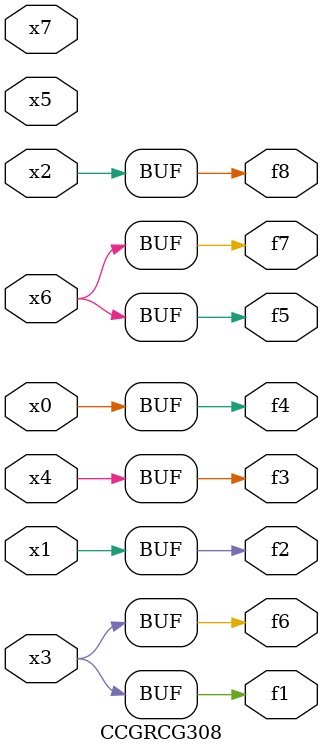
<source format=v>
module CCGRCG308(
	input x0, x1, x2, x3, x4, x5, x6, x7,
	output f1, f2, f3, f4, f5, f6, f7, f8
);
	assign f1 = x3;
	assign f2 = x1;
	assign f3 = x4;
	assign f4 = x0;
	assign f5 = x6;
	assign f6 = x3;
	assign f7 = x6;
	assign f8 = x2;
endmodule

</source>
